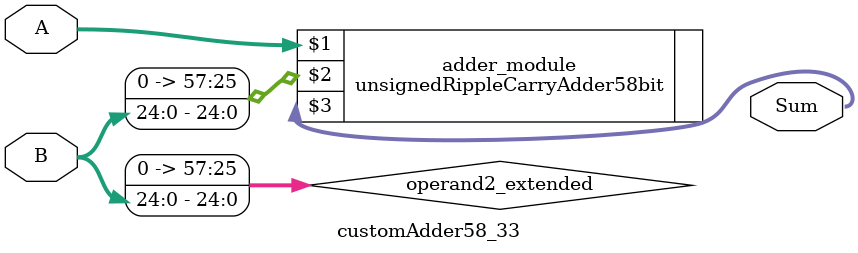
<source format=v>
module customAdder58_33(
                        input [57 : 0] A,
                        input [24 : 0] B,
                        
                        output [58 : 0] Sum
                );

        wire [57 : 0] operand2_extended;
        
        assign operand2_extended =  {33'b0, B};
        
        unsignedRippleCarryAdder58bit adder_module(
            A,
            operand2_extended,
            Sum
        );
        
        endmodule
        
</source>
